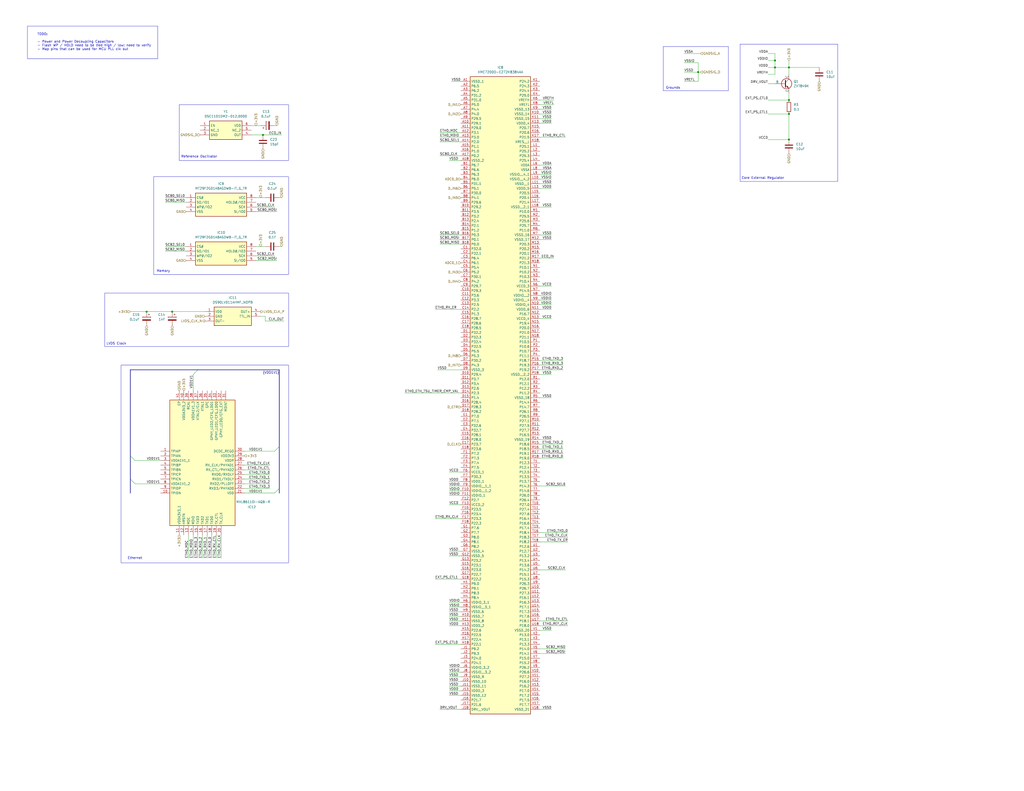
<source format=kicad_sch>
(kicad_sch (version 20231120) (generator "eeschema") (generator_version "8.0")
  (paper "C")
  (lib_symbols
    (symbol "Device:C" (pin_numbers hide) (pin_names (offset 0.254))
      (property "Reference" "C" (at 0.635 2.54 0))
      (property "Value" "C" (at 0.635 -2.54 0))
      (symbol "C_0_1"
        (polyline (pts (xy -2.032 -0.762) (xy 2.032 -0.762)) (stroke (width 0.508)))
        (polyline (pts (xy -2.032 0.762) (xy 2.032 0.762)) (stroke (width 0.508)))
      )
      (symbol "C_1_1"
        (pin passive line (at 0 3.81 270) (length 2.794) (name "~") (number "1"))
        (pin passive line (at 0 -3.81 90) (length 2.794) (name "~") (number "2"))
      )
    )
    (symbol "Device:C_Polarized" (pin_numbers hide) (pin_names (offset 0.254))
      (property "Reference" "C" (at 0.635 2.54 0))
      (property "Value" "C_Polarized" (at 0.635 -2.54 0))
      (symbol "C_Polarized_0_1"
        (rectangle (start -2.286 0.508) (end 2.286 1.016))
        (polyline (pts (xy -1.778 2.286) (xy -0.762 2.286)))
        (polyline (pts (xy -1.27 2.794) (xy -1.27 1.778)))
        (rectangle (start 2.286 -0.508) (end -2.286 -1.016) (fill (type outline)))
      )
      (symbol "C_Polarized_1_1"
        (pin passive line (at 0 3.81 270) (length 2.794) (name "~") (number "1"))
        (pin passive line (at 0 -3.81 90) (length 2.794) (name "~") (number "2"))
      )
    )
    (symbol "Device:R" (pin_numbers hide) (pin_names (offset 0))
      (property "Reference" "R" (at 2.032 0 90))
      (property "Value" "R" (at 0 0 90))
      (symbol "R_0_1"
        (rectangle (start -1.016 -2.54) (end 1.016 2.54) (stroke (width 0.254)))
      )
      (symbol "R_1_1"
        (pin passive line (at 0 3.81 270) (length 1.27) (name "~") (number "1"))
        (pin passive line (at 0 -3.81 90) (length 1.27) (name "~") (number "2"))
      )
    )
    (symbol "SamacSys_Parts:DS90LV011AHMF_NOPB"
      (property "Reference" "IC" (at 26.67 7.62 0))
      (property "Value" "DS90LV011AHMF_NOPB" (at 26.67 5.08 0))
      (symbol "DS90LV011AHMF_NOPB_1_1"
        (rectangle (start 5.08 2.54) (end 25.4 -7.62) (stroke (width 0.254)) (fill (type background)))
        (pin passive line (at 0 0 0) (length 5.08) (name "VDD") (number "1"))
        (pin passive line (at 0 -2.54 0) (length 5.08) (name "GND") (number "2"))
        (pin passive line (at 0 -5.08 0) (length 5.08) (name "OUT-") (number "3"))
        (pin passive line (at 30.48 0 180) (length 5.08) (name "OUT+") (number "4"))
        (pin passive line (at 30.48 -2.54 180) (length 5.08) (name "TTL_IN") (number "5"))
      )
    )
    (symbol "SamacSys_Parts:DSC1101DM2-012.0000"
      (property "Reference" "Y" (at 24.13 7.62 0))
      (property "Value" "DSC1101DM2-012.0000" (at 24.13 5.08 0))
      (symbol "DSC1101DM2-012.0000_1_1"
        (rectangle (start 5.08 2.54) (end 22.86 -7.62) (stroke (width 0.254)) (fill (type background)))
        (pin passive line (at 0 0 0) (length 5.08) (name "EN") (number "1"))
        (pin passive line (at 0 -2.54 0) (length 5.08) (name "NC_1") (number "2"))
        (pin passive line (at 0 -5.08 0) (length 5.08) (name "GND") (number "3"))
        (pin passive line (at 27.94 -5.08 180) (length 5.08) (name "OUT") (number "4"))
        (pin passive line (at 27.94 -2.54 180) (length 5.08) (name "NC_2") (number "5"))
        (pin passive line (at 27.94 0 180) (length 5.08) (name "VDD") (number "6"))
      )
    )
    (symbol "SamacSys_Parts:MT29F2G01ABAGDWB-IT_G_TR"
      (property "Reference" "IC" (at 34.29 7.62 0))
      (property "Value" "MT29F2G01ABAGDWB-IT_G_TR" (at 34.29 5.08 0))
      (symbol "MT29F2G01ABAGDWB-IT_G_TR_1_1"
        (rectangle (start 5.08 2.54) (end 33.02 -10.16) (stroke (width 0.254)) (fill (type background)))
        (pin passive line (at 0 0 0) (length 5.08) (name "CS#") (number "1"))
        (pin passive line (at 0 -2.54 0) (length 5.08) (name "SO/IO1") (number "2"))
        (pin passive line (at 0 -5.08 0) (length 5.08) (name "WP#/IO2") (number "3"))
        (pin passive line (at 0 -7.62 0) (length 5.08) (name "VSS") (number "4"))
        (pin passive line (at 38.1 -7.62 180) (length 5.08) (name "SI/IO0") (number "5"))
        (pin passive line (at 38.1 -5.08 180) (length 5.08) (name "SCK") (number "6"))
        (pin passive line (at 38.1 -2.54 180) (length 5.08) (name "HOLD#/IO3") (number "7"))
        (pin passive line (at 38.1 0 180) (length 5.08) (name "VCC") (number "8"))
      )
    )
    (symbol "SamacSys_Parts:MXL86110C-AQB-R"
      (property "Reference" "IC" (at 41.91 33.02 0))
      (property "Value" "MXL86110C-AQB-R" (at 41.91 30.48 0))
      (symbol "MXL86110C-AQB-R_1_1"
        (rectangle (start 5.08 27.94) (end 40.64 -40.64) (stroke (width 0.254)) (fill (type background)))
        (pin passive line (at 0 0 0) (length 5.08) (name "TPIAP") (number "1"))
        (pin passive line (at 0 -22.86 0) (length 5.08) (name "TPIDN") (number "10"))
        (pin passive line (at 10.16 -45.72 90) (length 5.08) (name "VDDA3V3_1") (number "11"))
        (pin passive line (at 12.7 -45.72 90) (length 5.08) (name "HRSTN") (number "12"))
        (pin passive line (at 15.24 -45.72 90) (length 5.08) (name "MDC") (number "13"))
        (pin passive line (at 17.78 -45.72 90) (length 5.08) (name "MDIO") (number "14"))
        (pin passive line (at 20.32 -45.72 90) (length 5.08) (name "TXD3") (number "15"))
        (pin passive line (at 22.86 -45.72 90) (length 5.08) (name "TXD2") (number "16"))
        (pin passive line (at 25.4 -45.72 90) (length 5.08) (name "TXD1") (number "17"))
        (pin passive line (at 27.94 -45.72 90) (length 5.08) (name "TXD0") (number "18"))
        (pin passive line (at 30.48 -45.72 90) (length 5.08) (name "TX_CTL") (number "19"))
        (pin passive line (at 0 -2.54 0) (length 5.08) (name "TPIAN") (number "2"))
        (pin passive line (at 33.02 -45.72 90) (length 5.08) (name "TX_CLK") (number "20"))
        (pin passive line (at 45.72 -22.86 180) (length 5.08) (name "VDD") (number "21"))
        (pin passive line (at 45.72 -20.32 180) (length 5.08) (name "RXD3/PHYAD0") (number "22"))
        (pin passive line (at 45.72 -17.78 180) (length 5.08) (name "RXD2/PLLOFF") (number "23"))
        (pin passive line (at 45.72 -15.24 180) (length 5.08) (name "RXD1/TXDLY") (number "24"))
        (pin passive line (at 45.72 -12.7 180) (length 5.08) (name "RXD0/RXDLY") (number "25"))
        (pin passive line (at 45.72 -10.16 180) (length 5.08) (name "RX_CTL/PHYAD2") (number "26"))
        (pin passive line (at 45.72 -7.62 180) (length 5.08) (name "RX_CLK/PHYAD1") (number "27"))
        (pin passive line (at 45.72 -5.08 180) (length 5.08) (name "VDDP") (number "28"))
        (pin passive line (at 45.72 -2.54 180) (length 5.08) (name "VDD3V3") (number "29"))
        (pin passive line (at 0 -5.08 0) (length 5.08) (name "VDDA1V1_1") (number "3"))
        (pin passive line (at 45.72 0 180) (length 5.08) (name "DCDC_REGO") (number "30"))
        (pin passive line (at 35.56 33.02 270) (length 5.08) (name "MDINT") (number "31"))
        (pin passive line (at 33.02 33.02 270) (length 5.08) (name "GPHY_LED0/CFG_EXT") (number "32"))
        (pin passive line (at 30.48 33.02 270) (length 5.08) (name "GPHY_LED1/CFG_LDO0") (number "33"))
        (pin passive line (at 27.94 33.02 270) (length 5.08) (name "GPHY_LED2/CFG_LDO1") (number "34"))
        (pin passive line (at 25.4 33.02 270) (length 5.08) (name "GPC") (number "35"))
        (pin passive line (at 22.86 33.02 270) (length 5.08) (name "XTAL1") (number "36"))
        (pin passive line (at 20.32 33.02 270) (length 5.08) (name "XTAL2/CLK") (number "37"))
        (pin passive line (at 17.78 33.02 270) (length 5.08) (name "VDDA1V1_3") (number "38"))
        (pin passive line (at 15.24 33.02 270) (length 5.08) (name "RCAL") (number "39"))
        (pin passive line (at 0 -7.62 0) (length 5.08) (name "TPIBP") (number "4"))
        (pin passive line (at 12.7 33.02 270) (length 5.08) (name "VDDA3V3_2") (number "40"))
        (pin passive line (at 10.16 33.02 270) (length 5.08) (name "EP") (number "41"))
        (pin passive line (at 0 -10.16 0) (length 5.08) (name "TPIBN") (number "5"))
        (pin passive line (at 0 -12.7 0) (length 5.08) (name "TPICP") (number "6"))
        (pin passive line (at 0 -15.24 0) (length 5.08) (name "TPICN") (number "7"))
        (pin passive line (at 0 -17.78 0) (length 5.08) (name "VDDA1V1_2") (number "8"))
        (pin passive line (at 0 -20.32 0) (length 5.08) (name "TPIDP") (number "9"))
      )
    )
    (symbol "SamacSys_Parts:XMC7200D-E272K8384AA"
      (property "Reference" "IC" (at 39.37 7.62 0))
      (property "Value" "XMC7200D-E272K8384AA" (at 39.37 5.08 0))
      (symbol "XMC7200D-E272K8384AA_1_1"
        (rectangle (start 5.08 2.54) (end 38.1 -345.44) (stroke (width 0.254)) (fill (type background)))
        (pin passive line (at 0 0 0) (length 5.08) (name "VSSD_1") (number "A1"))
        (pin passive line (at 0 -22.86 0) (length 5.08) (name "P29.1") (number "A10"))
        (pin passive line (at 0 -25.4 0) (length 5.08) (name "P29.0") (number "A11"))
        (pin passive line (at 0 -27.94 0) (length 5.08) (name "P3.1") (number "A12"))
        (pin passive line (at 0 -30.48 0) (length 5.08) (name "P3.0") (number "A13"))
        (pin passive line (at 0 -33.02 0) (length 5.08) (name "P2.0") (number "A14"))
        (pin passive line (at 0 -35.56 0) (length 5.08) (name "P1.1") (number "A15"))
        (pin passive line (at 0 -38.1 0) (length 5.08) (name "P1.0") (number "A16"))
        (pin passive line (at 0 -40.64 0) (length 5.08) (name "P0.2") (number "A17"))
        (pin passive line (at 0 -43.18 0) (length 5.08) (name "VSSD_2") (number "A18"))
        (pin passive line (at 0 -2.54 0) (length 5.08) (name "P6.5") (number "A2"))
        (pin passive line (at 0 -5.08 0) (length 5.08) (name "P6.2") (number "A3"))
        (pin passive line (at 0 -7.62 0) (length 5.08) (name "P31.2") (number "A4"))
        (pin passive line (at 0 -10.16 0) (length 5.08) (name "P31.0") (number "A5"))
        (pin passive line (at 0 -12.7 0) (length 5.08) (name "P5.0") (number "A6"))
        (pin passive line (at 0 -15.24 0) (length 5.08) (name "P4.4") (number "A7"))
        (pin passive line (at 0 -17.78 0) (length 5.08) (name "P4.0") (number "A8"))
        (pin passive line (at 0 -20.32 0) (length 5.08) (name "P29.5") (number "A9"))
        (pin passive line (at 0 -45.72 0) (length 5.08) (name "P6.7") (number "B1"))
        (pin passive line (at 0 -68.58 0) (length 5.08) (name "P29.2") (number "B10"))
        (pin passive line (at 0 -71.12 0) (length 5.08) (name "P3.5") (number "B11"))
        (pin passive line (at 0 -73.66 0) (length 5.08) (name "P3.2") (number "B12"))
        (pin passive line (at 0 -76.2 0) (length 5.08) (name "P2.4") (number "B13"))
        (pin passive line (at 0 -78.74 0) (length 5.08) (name "P2.1") (number "B14"))
        (pin passive line (at 0 -81.28 0) (length 5.08) (name "P1.2") (number "B15"))
        (pin passive line (at 0 -83.82 0) (length 5.08) (name "P0.3") (number "B16"))
        (pin passive line (at 0 -86.36 0) (length 5.08) (name "P0.1") (number "B17"))
        (pin passive line (at 0 -88.9 0) (length 5.08) (name "P0.0") (number "B18"))
        (pin passive line (at 0 -48.26 0) (length 5.08) (name "P6.6") (number "B2"))
        (pin passive line (at 0 -50.8 0) (length 5.08) (name "P6.3") (number "B3"))
        (pin passive line (at 0 -53.34 0) (length 5.08) (name "P6.0") (number "B4"))
        (pin passive line (at 0 -55.88 0) (length 5.08) (name "P31.1") (number "B5"))
        (pin passive line (at 0 -58.42 0) (length 5.08) (name "P5.1") (number "B6"))
        (pin passive line (at 0 -60.96 0) (length 5.08) (name "P30.0") (number "B7"))
        (pin passive line (at 0 -63.5 0) (length 5.08) (name "P4.1") (number "B8"))
        (pin passive line (at 0 -66.04 0) (length 5.08) (name "P29.6") (number "B9"))
        (pin passive line (at 0 -91.44 0) (length 5.08) (name "P32.0") (number "C1"))
        (pin passive line (at 0 -114.3 0) (length 5.08) (name "P29.3") (number "C10"))
        (pin passive line (at 0 -116.84 0) (length 5.08) (name "P3.6") (number "C11"))
        (pin passive line (at 0 -119.38 0) (length 5.08) (name "P3.3") (number "C12"))
        (pin passive line (at 0 -121.92 0) (length 5.08) (name "P2.5") (number "C13"))
        (pin passive line (at 0 -124.46 0) (length 5.08) (name "P2.2") (number "C14"))
        (pin passive line (at 0 -127 0) (length 5.08) (name "P1.3") (number "C15"))
        (pin passive line (at 0 -129.54 0) (length 5.08) (name "P28.7") (number "C16"))
        (pin passive line (at 0 -132.08 0) (length 5.08) (name "P28.6") (number "C17"))
        (pin passive line (at 0 -134.62 0) (length 5.08) (name "P28.5") (number "C18"))
        (pin passive line (at 0 -93.98 0) (length 5.08) (name "P32.1") (number "C2"))
        (pin passive line (at 0 -96.52 0) (length 5.08) (name "P6.4") (number "C3"))
        (pin passive line (at 0 -99.06 0) (length 5.08) (name "P6.1") (number "C4"))
        (pin passive line (at 0 -101.6 0) (length 5.08) (name "P5.4") (number "C5"))
        (pin passive line (at 0 -104.14 0) (length 5.08) (name "P5.2") (number "C6"))
        (pin passive line (at 0 -106.68 0) (length 5.08) (name "P30.1") (number "C7"))
        (pin passive line (at 0 -109.22 0) (length 5.08) (name "P4.2") (number "C8"))
        (pin passive line (at 0 -111.76 0) (length 5.08) (name "P29.7") (number "C9"))
        (pin passive line (at 0 -137.16 0) (length 5.08) (name "P32.2") (number "D1"))
        (pin passive line (at 0 -160.02 0) (length 5.08) (name "P29.4") (number "D10"))
        (pin passive line (at 0 -162.56 0) (length 5.08) (name "P3.7") (number "D11"))
        (pin passive line (at 0 -165.1 0) (length 5.08) (name "P3.4") (number "D12"))
        (pin passive line (at 0 -167.64 0) (length 5.08) (name "P2.6") (number "D13"))
        (pin passive line (at 0 -170.18 0) (length 5.08) (name "P2.3") (number "D14"))
        (pin passive line (at 0 -172.72 0) (length 5.08) (name "P1.4") (number "D15"))
        (pin passive line (at 0 -175.26 0) (length 5.08) (name "P28.4") (number "D16"))
        (pin passive line (at 0 -177.8 0) (length 5.08) (name "P28.3") (number "D17"))
        (pin passive line (at 0 -180.34 0) (length 5.08) (name "P28.2") (number "D18"))
        (pin passive line (at 0 -139.7 0) (length 5.08) (name "P32.3") (number "D2"))
        (pin passive line (at 0 -142.24 0) (length 5.08) (name "P32.4") (number "D3"))
        (pin passive line (at 0 -144.78 0) (length 5.08) (name "P32.5") (number "D4"))
        (pin passive line (at 0 -147.32 0) (length 5.08) (name "P5.5") (number "D5"))
        (pin passive line (at 0 -149.86 0) (length 5.08) (name "P5.3") (number "D6"))
        (pin passive line (at 0 -152.4 0) (length 5.08) (name "P30.2") (number "D7"))
        (pin passive line (at 0 -154.94 0) (length 5.08) (name "P4.3") (number "D8"))
        (pin passive line (at 0 -157.48 0) (length 5.08) (name "VSSD_3") (number "D9"))
        (pin passive line (at 0 -182.88 0) (length 5.08) (name "P7.0") (number "E1"))
        (pin passive line (at 0 -193.04 0) (length 5.08) (name "P28.1") (number "E15"))
        (pin passive line (at 0 -195.58 0) (length 5.08) (name "P28.0") (number "E16"))
        (pin passive line (at 0 -198.12 0) (length 5.08) (name "P23.7") (number "E17"))
        (pin passive line (at 0 -200.66 0) (length 5.08) (name "P23.6") (number "E18"))
        (pin passive line (at 0 -185.42 0) (length 5.08) (name "P7.1") (number "E2"))
        (pin passive line (at 0 -187.96 0) (length 5.08) (name "P32.6") (number "E3"))
        (pin passive line (at 0 -190.5 0) (length 5.08) (name "P32.7") (number "E4"))
        (pin passive line (at 0 -203.2 0) (length 5.08) (name "P7.2") (number "F1"))
        (pin passive line (at 0 -223.52 0) (length 5.08) (name "VDDIO__1_2") (number "F10"))
        (pin passive line (at 0 -226.06 0) (length 5.08) (name "VDDIO_1") (number "F11"))
        (pin passive line (at 0 -228.6 0) (length 5.08) (name "P2.7") (number "F12"))
        (pin passive line (at 0 -231.14 0) (length 5.08) (name "VCCD_2") (number "F13"))
        (pin passive line (at 0 -233.68 0) (length 5.08) (name "P23.5") (number "F15"))
        (pin passive line (at 0 -236.22 0) (length 5.08) (name "P23.4") (number "F16"))
        (pin passive line (at 0 -238.76 0) (length 5.08) (name "P23.3") (number "F17"))
        (pin passive line (at 0 -241.3 0) (length 5.08) (name "P22.3") (number "F18"))
        (pin passive line (at 0 -205.74 0) (length 5.08) (name "P7.3") (number "F2"))
        (pin passive line (at 0 -208.28 0) (length 5.08) (name "P7.4") (number "F3"))
        (pin passive line (at 0 -210.82 0) (length 5.08) (name "P7.5") (number "F4"))
        (pin passive line (at 0 -213.36 0) (length 5.08) (name "VCCD_1") (number "F6"))
        (pin passive line (at 0 -215.9 0) (length 5.08) (name "P30.3") (number "F7"))
        (pin passive line (at 0 -218.44 0) (length 5.08) (name "VDDD_1") (number "F8"))
        (pin passive line (at 0 -220.98 0) (length 5.08) (name "VDDIO__1_1") (number "F9"))
        (pin passive line (at 0 -243.84 0) (length 5.08) (name "P7.6") (number "G1"))
        (pin passive line (at 0 -259.08 0) (length 5.08) (name "VSSD_5") (number "G12"))
        (pin passive line (at 0 -261.62 0) (length 5.08) (name "P23.2") (number "G13"))
        (pin passive line (at 0 -264.16 0) (length 5.08) (name "P23.1") (number "G15"))
        (pin passive line (at 0 -266.7 0) (length 5.08) (name "P23.0") (number "G16"))
        (pin passive line (at 0 -269.24 0) (length 5.08) (name "P22.7") (number "G17"))
        (pin passive line (at 0 -271.78 0) (length 5.08) (name "P22.2") (number "G18"))
        (pin passive line (at 0 -246.38 0) (length 5.08) (name "P7.7") (number "G2"))
        (pin passive line (at 0 -248.92 0) (length 5.08) (name "P8.0") (number "G3"))
        (pin passive line (at 0 -251.46 0) (length 5.08) (name "P8.1") (number "G4"))
        (pin passive line (at 0 -254 0) (length 5.08) (name "P8.2") (number "G6"))
        (pin passive line (at 0 -256.54 0) (length 5.08) (name "VSSD_4") (number "G7"))
        (pin passive line (at 0 -274.32 0) (length 5.08) (name "P9.0") (number "H1"))
        (pin passive line (at 0 -292.1 0) (length 5.08) (name "VSSD_7") (number "H10"))
        (pin passive line (at 0 -294.64 0) (length 5.08) (name "VSSD_8") (number "H11"))
        (pin passive line (at 0 -297.18 0) (length 5.08) (name "VDDD_2") (number "H13"))
        (pin passive line (at 0 -299.72 0) (length 5.08) (name "P22.6") (number "H15"))
        (pin passive line (at 0 -302.26 0) (length 5.08) (name "P22.5") (number "H16"))
        (pin passive line (at 0 -304.8 0) (length 5.08) (name "P22.4") (number "H17"))
        (pin passive line (at 0 -307.34 0) (length 5.08) (name "P22.1") (number "H18"))
        (pin passive line (at 0 -276.86 0) (length 5.08) (name "P9.1") (number "H2"))
        (pin passive line (at 0 -279.4 0) (length 5.08) (name "P8.3") (number "H3"))
        (pin passive line (at 0 -281.94 0) (length 5.08) (name "P8.4") (number "H4"))
        (pin passive line (at 0 -284.48 0) (length 5.08) (name "VDDIO_3_1") (number "H6"))
        (pin passive line (at 0 -287.02 0) (length 5.08) (name "VSSIO__3_1") (number "H8"))
        (pin passive line (at 0 -289.56 0) (length 5.08) (name "VSSD_6") (number "H9"))
        (pin passive line (at 0 -309.88 0) (length 5.08) (name "P9.2") (number "J1"))
        (pin passive line (at 0 -327.66 0) (length 5.08) (name "VSSD_10") (number "J10"))
        (pin passive line (at 0 -330.2 0) (length 5.08) (name "VSSD_11") (number "J11"))
        (pin passive line (at 0 -332.74 0) (length 5.08) (name "VDDD_3") (number "J13"))
        (pin passive line (at 0 -335.28 0) (length 5.08) (name "VSSD_12") (number "J15"))
        (pin passive line (at 0 -337.82 0) (length 5.08) (name "P21.7") (number "J16"))
        (pin passive line (at 0 -340.36 0) (length 5.08) (name "P21.6") (number "J17"))
        (pin passive line (at 0 -342.9 0) (length 5.08) (name "DRV__VOUT") (number "J18"))
        (pin passive line (at 0 -312.42 0) (length 5.08) (name "P9.3") (number "J2"))
        (pin passive line (at 0 -314.96 0) (length 5.08) (name "P24.0") (number "J3"))
        (pin passive line (at 0 -317.5 0) (length 5.08) (name "P24.1") (number "J4"))
        (pin passive line (at 0 -320.04 0) (length 5.08) (name "VDDIO_3_2") (number "J6"))
        (pin passive line (at 0 -322.58 0) (length 5.08) (name "VSSIO__3_2") (number "J8"))
        (pin passive line (at 0 -325.12 0) (length 5.08) (name "VSSD_9") (number "J9"))
        (pin passive line (at 43.18 0 180) (length 5.08) (name "P24.2") (number "K1"))
        (pin passive line (at 43.18 -17.78 180) (length 5.08) (name "VSSD_14") (number "K10"))
        (pin passive line (at 43.18 -20.32 180) (length 5.08) (name "VSSD_15") (number "K11"))
        (pin passive line (at 43.18 -22.86 180) (length 5.08) (name "VDDD_4") (number "K13"))
        (pin passive line (at 43.18 -25.4 180) (length 5.08) (name "P20.7") (number "K15"))
        (pin passive line (at 43.18 -27.94 180) (length 5.08) (name "P20.6") (number "K16"))
        (pin passive line (at 43.18 -30.48 180) (length 5.08) (name "P21.5") (number "K17"))
        (pin passive line (at 43.18 -33.02 180) (length 5.08) (name "XRES__L") (number "K18"))
        (pin passive line (at 43.18 -2.54 180) (length 5.08) (name "P24.3") (number "K2"))
        (pin passive line (at 43.18 -5.08 180) (length 5.08) (name "P24.4") (number "K3"))
        (pin passive line (at 43.18 -7.62 180) (length 5.08) (name "P25.0") (number "K4"))
        (pin passive line (at 43.18 -10.16 180) (length 5.08) (name "VREFH") (number "K6"))
        (pin passive line (at 43.18 -12.7 180) (length 5.08) (name "VREFL") (number "K8"))
        (pin passive line (at 43.18 -15.24 180) (length 5.08) (name "VSSD_13") (number "K9"))
        (pin passive line (at 43.18 -35.56 180) (length 5.08) (name "P25.1") (number "L1"))
        (pin passive line (at 43.18 -53.34 180) (length 5.08) (name "VSSIO__4_2") (number "L10"))
        (pin passive line (at 43.18 -55.88 180) (length 5.08) (name "VSSD__1") (number "L11"))
        (pin passive line (at 43.18 -58.42 180) (length 5.08) (name "VDDD_5") (number "L13"))
        (pin passive line (at 43.18 -60.96 180) (length 5.08) (name "P20.5") (number "L15"))
        (pin passive line (at 43.18 -63.5 180) (length 5.08) (name "P20.4") (number "L16"))
        (pin passive line (at 43.18 -66.04 180) (length 5.08) (name "P21.4") (number "L17"))
        (pin passive line (at 43.18 -68.58 180) (length 5.08) (name "VSSD__2_1") (number "L18"))
        (pin passive line (at 43.18 -38.1 180) (length 5.08) (name "P25.2") (number "L2"))
        (pin passive line (at 43.18 -40.64 180) (length 5.08) (name "P25.3") (number "L3"))
        (pin passive line (at 43.18 -43.18 180) (length 5.08) (name "P25.4") (number "L4"))
        (pin passive line (at 43.18 -45.72 180) (length 5.08) (name "VDDA") (number "L6"))
        (pin passive line (at 43.18 -48.26 180) (length 5.08) (name "VSSA") (number "L8"))
        (pin passive line (at 43.18 -50.8 180) (length 5.08) (name "VSSIO__4_1") (number "L9"))
        (pin passive line (at 43.18 -71.12 180) (length 5.08) (name "P10.0") (number "M1"))
        (pin passive line (at 43.18 -86.36 180) (length 5.08) (name "VSSD_17") (number "M12"))
        (pin passive line (at 43.18 -88.9 180) (length 5.08) (name "P20.3") (number "M13"))
        (pin passive line (at 43.18 -91.44 180) (length 5.08) (name "P20.2") (number "M15"))
        (pin passive line (at 43.18 -93.98 180) (length 5.08) (name "P20.1") (number "M16"))
        (pin passive line (at 43.18 -96.52 180) (length 5.08) (name "P21.2") (number "M17"))
        (pin passive line (at 43.18 -99.06 180) (length 5.08) (name "P21.3") (number "M18"))
        (pin passive line (at 43.18 -73.66 180) (length 5.08) (name "P25.5") (number "M2"))
        (pin passive line (at 43.18 -76.2 180) (length 5.08) (name "P25.6") (number "M3"))
        (pin passive line (at 43.18 -78.74 180) (length 5.08) (name "P25.7") (number "M4"))
        (pin passive line (at 43.18 -81.28 180) (length 5.08) (name "P11.0") (number "M6"))
        (pin passive line (at 43.18 -83.82 180) (length 5.08) (name "VSSD_16") (number "M7"))
        (pin passive line (at 43.18 -101.6 180) (length 5.08) (name "P10.1") (number "N1"))
        (pin passive line (at 43.18 -121.92 180) (length 5.08) (name "VDDIO_4") (number "N10"))
        (pin passive line (at 43.18 -124.46 180) (length 5.08) (name "VDDD_6") (number "N11"))
        (pin passive line (at 43.18 -127 180) (length 5.08) (name "P16.7") (number "N12"))
        (pin passive line (at 43.18 -129.54 180) (length 5.08) (name "VCCD_4") (number "N13"))
        (pin passive line (at 43.18 -132.08 180) (length 5.08) (name "P19.4") (number "N15"))
        (pin passive line (at 43.18 -134.62 180) (length 5.08) (name "P20.0") (number "N16"))
        (pin passive line (at 43.18 -137.16 180) (length 5.08) (name "P21.0") (number "N17"))
        (pin passive line (at 43.18 -139.7 180) (length 5.08) (name "P21.1") (number "N18"))
        (pin passive line (at 43.18 -104.14 180) (length 5.08) (name "P10.2") (number "N2"))
        (pin passive line (at 43.18 -106.68 180) (length 5.08) (name "P10.3") (number "N3"))
        (pin passive line (at 43.18 -109.22 180) (length 5.08) (name "P10.4") (number "N4"))
        (pin passive line (at 43.18 -111.76 180) (length 5.08) (name "VCCD_3") (number "N6"))
        (pin passive line (at 43.18 -114.3 180) (length 5.08) (name "P14.5") (number "N7"))
        (pin passive line (at 43.18 -116.84 180) (length 5.08) (name "VDDIO__2") (number "N8"))
        (pin passive line (at 43.18 -119.38 180) (length 5.08) (name "VDDIO__4") (number "N9"))
        (pin passive line (at 43.18 -142.24 180) (length 5.08) (name "P10.5") (number "P1"))
        (pin passive line (at 43.18 -152.4 180) (length 5.08) (name "P18.7") (number "P15"))
        (pin passive line (at 43.18 -154.94 180) (length 5.08) (name "P19.3") (number "P16"))
        (pin passive line (at 43.18 -157.48 180) (length 5.08) (name "P19.2") (number "P17"))
        (pin passive line (at 43.18 -160.02 180) (length 5.08) (name "VSSD__2_2") (number "P18"))
        (pin passive line (at 43.18 -144.78 180) (length 5.08) (name "P10.6") (number "P2"))
        (pin passive line (at 43.18 -147.32 180) (length 5.08) (name "P10.7") (number "P3"))
        (pin passive line (at 43.18 -149.86 180) (length 5.08) (name "P11.1") (number "P4"))
        (pin passive line (at 43.18 -162.56 180) (length 5.08) (name "P12.0") (number "R1"))
        (pin passive line (at 43.18 -185.42 180) (length 5.08) (name "P27.1") (number "R10"))
        (pin passive line (at 43.18 -187.96 180) (length 5.08) (name "P27.5") (number "R11"))
        (pin passive line (at 43.18 -190.5 180) (length 5.08) (name "P27.7") (number "R12"))
        (pin passive line (at 43.18 -193.04 180) (length 5.08) (name "P16.5") (number "R13"))
        (pin passive line (at 43.18 -195.58 180) (length 5.08) (name "VSSD_19") (number "R14"))
        (pin passive line (at 43.18 -198.12 180) (length 5.08) (name "P18.6") (number "R15"))
        (pin passive line (at 43.18 -200.66 180) (length 5.08) (name "P18.5") (number "R16"))
        (pin passive line (at 43.18 -203.2 180) (length 5.08) (name "P19.1") (number "R17"))
        (pin passive line (at 43.18 -205.74 180) (length 5.08) (name "P19.0") (number "R18"))
        (pin passive line (at 43.18 -165.1 180) (length 5.08) (name "P12.1") (number "R2"))
        (pin passive line (at 43.18 -167.64 180) (length 5.08) (name "P12.2") (number "R3"))
        (pin passive line (at 43.18 -170.18 180) (length 5.08) (name "P11.2") (number "R4"))
        (pin passive line (at 43.18 -172.72 180) (length 5.08) (name "VSSD_18") (number "R5"))
        (pin passive line (at 43.18 -175.26 180) (length 5.08) (name "P14.4") (number "R6"))
        (pin passive line (at 43.18 -177.8 180) (length 5.08) (name "P14.7") (number "R7"))
        (pin passive line (at 43.18 -180.34 180) (length 5.08) (name "P26.1") (number "R8"))
        (pin passive line (at 43.18 -182.88 180) (length 5.08) (name "P26.5") (number "R9"))
        (pin passive line (at 43.18 -208.28 180) (length 5.08) (name "P12.3") (number "T1"))
        (pin passive line (at 43.18 -231.14 180) (length 5.08) (name "P27.0") (number "T10"))
        (pin passive line (at 43.18 -233.68 180) (length 5.08) (name "P27.4") (number "T11"))
        (pin passive line (at 43.18 -236.22 180) (length 5.08) (name "P27.6") (number "T12"))
        (pin passive line (at 43.18 -238.76 180) (length 5.08) (name "P16.4") (number "T13"))
        (pin passive line (at 43.18 -241.3 180) (length 5.08) (name "P16.6") (number "T14"))
        (pin passive line (at 43.18 -243.84 180) (length 5.08) (name "P17.4") (number "T15"))
        (pin passive line (at 43.18 -246.38 180) (length 5.08) (name "P18.4") (number "T16"))
        (pin passive line (at 43.18 -248.92 180) (length 5.08) (name "P18.3") (number "T17"))
        (pin passive line (at 43.18 -251.46 180) (length 5.08) (name "P18.2") (number "T18"))
        (pin passive line (at 43.18 -210.82 180) (length 5.08) (name "P12.4") (number "T2"))
        (pin passive line (at 43.18 -213.36 180) (length 5.08) (name "P12.5") (number "T3"))
        (pin passive line (at 43.18 -215.9 180) (length 5.08) (name "P13.5") (number "T4"))
        (pin passive line (at 43.18 -218.44 180) (length 5.08) (name "P13.7") (number "T5"))
        (pin passive line (at 43.18 -220.98 180) (length 5.08) (name "P14.3") (number "T6"))
        (pin passive line (at 43.18 -223.52 180) (length 5.08) (name "P14.6") (number "T7"))
        (pin passive line (at 43.18 -226.06 180) (length 5.08) (name "P26.0") (number "T8"))
        (pin passive line (at 43.18 -228.6 180) (length 5.08) (name "P26.4") (number "T9"))
        (pin passive line (at 43.18 -254 180) (length 5.08) (name "P12.6") (number "U1"))
        (pin passive line (at 43.18 -276.86 180) (length 5.08) (name "P26.7") (number "U10"))
        (pin passive line (at 43.18 -279.4 180) (length 5.08) (name "P27.3") (number "U11"))
        (pin passive line (at 43.18 -281.94 180) (length 5.08) (name "P16.1") (number "U12"))
        (pin passive line (at 43.18 -284.48 180) (length 5.08) (name "P16.3") (number "U13"))
        (pin passive line (at 43.18 -287.02 180) (length 5.08) (name "P17.1") (number "U14"))
        (pin passive line (at 43.18 -289.56 180) (length 5.08) (name "P17.3") (number "U15"))
        (pin passive line (at 43.18 -292.1 180) (length 5.08) (name "P17.6") (number "U16"))
        (pin passive line (at 43.18 -294.64 180) (length 5.08) (name "P18.1") (number "U17"))
        (pin passive line (at 43.18 -297.18 180) (length 5.08) (name "P18.0") (number "U18"))
        (pin passive line (at 43.18 -256.54 180) (length 5.08) (name "P12.7") (number "U2"))
        (pin passive line (at 43.18 -259.08 180) (length 5.08) (name "P13.2") (number "U3"))
        (pin passive line (at 43.18 -261.62 180) (length 5.08) (name "P13.4") (number "U4"))
        (pin passive line (at 43.18 -264.16 180) (length 5.08) (name "P13.6") (number "U5"))
        (pin passive line (at 43.18 -266.7 180) (length 5.08) (name "P14.2") (number "U6"))
        (pin passive line (at 43.18 -269.24 180) (length 5.08) (name "P15.1") (number "U7"))
        (pin passive line (at 43.18 -271.78 180) (length 5.08) (name "P15.3") (number "U8"))
        (pin passive line (at 43.18 -274.32 180) (length 5.08) (name "P26.3") (number "U9"))
        (pin passive line (at 43.18 -299.72 180) (length 5.08) (name "VSSD_20") (number "V1"))
        (pin passive line (at 43.18 -322.58 180) (length 5.08) (name "P26.6") (number "V10"))
        (pin passive line (at 43.18 -325.12 180) (length 5.08) (name "P27.2") (number "V11"))
        (pin passive line (at 43.18 -327.66 180) (length 5.08) (name "P16.0") (number "V12"))
        (pin passive line (at 43.18 -330.2 180) (length 5.08) (name "P16.2") (number "V13"))
        (pin passive line (at 43.18 -332.74 180) (length 5.08) (name "P17.0") (number "V14"))
        (pin passive line (at 43.18 -335.28 180) (length 5.08) (name "P17.2") (number "V15"))
        (pin passive line (at 43.18 -337.82 180) (length 5.08) (name "P17.5") (number "V16"))
        (pin passive line (at 43.18 -340.36 180) (length 5.08) (name "P17.7") (number "V17"))
        (pin passive line (at 43.18 -342.9 180) (length 5.08) (name "VSSD_21") (number "V18"))
        (pin passive line (at 43.18 -302.26 180) (length 5.08) (name "P13.0") (number "V2"))
        (pin passive line (at 43.18 -304.8 180) (length 5.08) (name "P13.1") (number "V3"))
        (pin passive line (at 43.18 -307.34 180) (length 5.08) (name "P13.3") (number "V4"))
        (pin passive line (at 43.18 -309.88 180) (length 5.08) (name "P14.0") (number "V5"))
        (pin passive line (at 43.18 -312.42 180) (length 5.08) (name "P14.1") (number "V6"))
        (pin passive line (at 43.18 -314.96 180) (length 5.08) (name "P15.0") (number "V7"))
        (pin passive line (at 43.18 -317.5 180) (length 5.08) (name "P15.2") (number "V8"))
        (pin passive line (at 43.18 -320.04 180) (length 5.08) (name "P26.2") (number "V9"))
      )
    )
    (symbol "Simulation_SPICE:NPN" (pin_numbers hide) (pin_names (offset 0))
      (property "Reference" "Q" (at -2.54 7.62 0))
      (property "Value" "NPN" (at -2.54 5.08 0))
      (symbol "NPN_0_1"
        (polyline (pts (xy -2.54 0) (xy 0.635 0)) (stroke (width 0.1524)))
        (polyline (pts (xy 0.635 0.635) (xy 2.54 2.54)))
        (polyline (pts (xy 2.794 -1.27) (xy 2.794 -1.27)) (stroke (width 0.1524)))
        (polyline (pts (xy 2.794 -1.27) (xy 2.794 -1.27)) (stroke (width 0.1524)))
        (polyline (pts (xy 0.635 -0.635) (xy 2.54 -2.54) (xy 2.54 -2.54)))
        (polyline (pts (xy 0.635 1.905) (xy 0.635 -1.905) (xy 0.635 -1.905)) (stroke (width 0.508)))
        (polyline (pts (xy 1.27 -1.778) (xy 1.778 -1.27) (xy 2.286 -2.286) (xy 1.27 -1.778) (xy 1.27 -1.778)) (fill (type outline)))
        (circle (center 1.27 0) (radius 2.8194) (stroke (width 0.254)))
      )
      (symbol "NPN_1_1"
        (pin open_collector line (at 2.54 5.08 270) (length 2.54) (name "C") (number "1"))
        (pin input line (at -5.08 0 0) (length 2.54) (name "B") (number "2"))
        (pin open_emitter line (at 2.54 -5.08 90) (length 2.54) (name "E") (number "3"))
      )
    )
  )
  (junction (at 422.91 36.83))
  (junction (at 143.51 73.66))
  (junction (at 80.01 170.18))
  (junction (at 422.91 33.02))
  (junction (at 430.53 76.2))
  (junction (at 430.53 62.23))
  (junction (at 381 39.37))
  (junction (at 430.53 54.61))
  (junction (at 430.53 36.83))
  (junction (at 93.98 170.18))
  (bus_entry (at 152.4 243.84) (size -2.54 2.54))
  (bus_entry (at 107.95 201.93) (size -2.54 2.54))
  (bus_entry (at 71.12 261.62) (size 2.54 2.54))
  (bus_entry (at 152.4 266.7) (size -2.54 2.54))
  (bus_entry (at 71.12 248.92) (size 2.54 2.54))
  (wire (pts (xy 245.11 364.49) (xy 251.46 364.49)))
  (wire (pts (xy 90.17 107.95) (xy 101.6 107.95)))
  (wire (pts (xy 300.99 173.99) (xy 294.64 173.99)))
  (wire (pts (xy 245.11 262.89) (xy 251.46 262.89)))
  (wire (pts (xy 300.99 240.03) (xy 294.64 240.03)))
  (wire (pts (xy 118.11 292.1) (xy 118.11 304.8)))
  (wire (pts (xy 300.99 168.91) (xy 294.64 168.91)))
  (wire (pts (xy 251.46 283.21) (xy 237.49 283.21)))
  (wire (pts (xy 245.11 87.63) (xy 251.46 87.63)))
  (wire (pts (xy 300.99 166.37) (xy 294.64 166.37)))
  (wire (pts (xy 245.11 336.55) (xy 251.46 336.55)))
  (wire (pts (xy 308.61 311.15) (xy 294.64 311.15)))
  (wire (pts (xy 133.35 256.54) (xy 147.32 256.54)))
  (wire (pts (xy 300.99 67.31) (xy 294.64 67.31)))
  (wire (pts (xy 308.61 265.43) (xy 294.64 265.43)))
  (wire (pts (xy 245.11 331.47) (xy 251.46 331.47)))
  (wire (pts (xy 430.53 36.83) (xy 447.04 36.83)))
  (wire (pts (xy 381 39.37) (xy 381 44.45)))
  (wire (pts (xy 373.38 39.37) (xy 381 39.37)))
  (wire (pts (xy 294.64 250.19) (xy 307.34 250.19)))
  (bus (pts (xy 152.4 266.7) (xy 152.4 269.24)))
  (wire (pts (xy 220.98 214.63) (xy 251.46 214.63)))
  (wire (pts (xy 80.01 170.18) (xy 93.98 170.18)))
  (wire (pts (xy 238.76 201.93) (xy 251.46 201.93)))
  (wire (pts (xy 419.1 54.61) (xy 430.53 54.61)))
  (wire (pts (xy 300.99 95.25) (xy 294.64 95.25)))
  (wire (pts (xy 294.64 140.97) (xy 302.26 140.97)))
  (wire (pts (xy 308.61 356.87) (xy 294.64 356.87)))
  (wire (pts (xy 133.35 261.62) (xy 147.32 261.62)))
  (wire (pts (xy 90.17 137.16) (xy 101.6 137.16)))
  (wire (pts (xy 245.11 339.09) (xy 251.46 339.09)))
  (bus (pts (xy 71.12 201.93) (xy 71.12 248.92)))
  (wire (pts (xy 73.66 264.16) (xy 87.63 264.16)))
  (bus (pts (xy 71.12 248.92) (xy 71.12 261.62)))
  (wire (pts (xy 309.88 341.63) (xy 294.64 341.63)))
  (wire (pts (xy 144.78 175.26) (xy 154.94 175.26)))
  (wire (pts (xy 309.88 290.83) (xy 294.64 290.83)))
  (wire (pts (xy 300.99 128.27) (xy 294.64 128.27)))
  (wire (pts (xy 419.1 29.21) (xy 422.91 29.21)))
  (wire (pts (xy 245.11 265.43) (xy 251.46 265.43)))
  (bus (pts (xy 152.4 243.84) (xy 152.4 266.7)))
  (wire (pts (xy 105.41 204.47) (xy 105.41 213.36)))
  (wire (pts (xy 422.91 33.02) (xy 422.91 36.83)))
  (wire (pts (xy 110.49 292.1) (xy 110.49 304.8)))
  (wire (pts (xy 137.16 68.58) (xy 142.24 68.58)))
  (wire (pts (xy 245.11 369.57) (xy 251.46 369.57)))
  (wire (pts (xy 237.49 316.23) (xy 251.46 316.23)))
  (wire (pts (xy 422.91 36.83) (xy 422.91 40.64)))
  (wire (pts (xy 300.99 59.69) (xy 294.64 59.69)))
  (wire (pts (xy 133.35 246.38) (xy 149.86 246.38)))
  (wire (pts (xy 245.11 341.63) (xy 251.46 341.63)))
  (wire (pts (xy 300.99 102.87) (xy 294.64 102.87)))
  (wire (pts (xy 419.1 36.83) (xy 422.91 36.83)))
  (wire (pts (xy 133.35 264.16) (xy 147.32 264.16)))
  (wire (pts (xy 245.11 300.99) (xy 251.46 300.99)))
  (wire (pts (xy 309.88 339.09) (xy 294.64 339.09)))
  (wire (pts (xy 71.12 170.18) (xy 80.01 170.18)))
  (wire (pts (xy 300.99 100.33) (xy 294.64 100.33)))
  (wire (pts (xy 419.1 76.2) (xy 430.53 76.2)))
  (wire (pts (xy 300.99 97.79) (xy 294.64 97.79)))
  (wire (pts (xy 294.64 201.93) (xy 307.34 201.93)))
  (wire (pts (xy 245.11 334.01) (xy 251.46 334.01)))
  (wire (pts (xy 373.38 29.21) (xy 382.27 29.21)))
  (wire (pts (xy 430.53 33.02) (xy 430.53 36.83)))
  (wire (pts (xy 245.11 374.65) (xy 251.46 374.65)))
  (wire (pts (xy 308.61 354.33) (xy 294.64 354.33)))
  (wire (pts (xy 245.11 377.19) (xy 251.46 377.19)))
  (wire (pts (xy 302.26 57.15) (xy 294.64 57.15)))
  (wire (pts (xy 240.03 133.35) (xy 251.46 133.35)))
  (wire (pts (xy 240.03 85.09) (xy 251.46 85.09)))
  (wire (pts (xy 137.16 73.66) (xy 143.51 73.66)))
  (wire (pts (xy 294.64 199.39) (xy 307.34 199.39)))
  (wire (pts (xy 245.11 372.11) (xy 251.46 372.11)))
  (wire (pts (xy 107.95 292.1) (xy 107.95 304.8)))
  (wire (pts (xy 245.11 379.73) (xy 251.46 379.73)))
  (wire (pts (xy 133.35 259.08) (xy 147.32 259.08)))
  (wire (pts (xy 139.7 107.95) (xy 144.78 107.95)))
  (wire (pts (xy 300.99 204.47) (xy 294.64 204.47)))
  (wire (pts (xy 115.57 292.1) (xy 115.57 304.8)))
  (wire (pts (xy 422.91 36.83) (xy 430.53 36.83)))
  (wire (pts (xy 139.7 142.24) (xy 151.13 142.24)))
  (wire (pts (xy 139.7 113.03) (xy 149.86 113.03)))
  (wire (pts (xy 240.03 72.39) (xy 251.46 72.39)))
  (wire (pts (xy 143.51 73.66) (xy 153.67 73.66)))
  (wire (pts (xy 245.11 328.93) (xy 251.46 328.93)))
  (wire (pts (xy 381 34.29) (xy 381 39.37)))
  (wire (pts (xy 300.99 387.35) (xy 294.64 387.35)))
  (wire (pts (xy 144.78 172.72) (xy 144.78 175.26)))
  (wire (pts (xy 139.7 115.57) (xy 151.13 115.57)))
  (wire (pts (xy 300.99 156.21) (xy 294.64 156.21)))
  (wire (pts (xy 300.99 344.17) (xy 294.64 344.17)))
  (wire (pts (xy 246.38 44.45) (xy 251.46 44.45)))
  (wire (pts (xy 245.11 270.51) (xy 251.46 270.51)))
  (wire (pts (xy 240.03 77.47) (xy 251.46 77.47)))
  (wire (pts (xy 245.11 367.03) (xy 251.46 367.03)))
  (wire (pts (xy 373.38 44.45) (xy 381 44.45)))
  (bus (pts (xy 152.4 201.93) (xy 107.95 201.93)))
  (wire (pts (xy 142.24 172.72) (xy 144.78 172.72)))
  (wire (pts (xy 294.64 74.93) (xy 308.61 74.93)))
  (bus (pts (xy 71.12 261.62) (xy 71.12 269.24)))
  (wire (pts (xy 373.38 34.29) (xy 381 34.29)))
  (wire (pts (xy 300.99 92.71) (xy 294.64 92.71)))
  (wire (pts (xy 237.49 168.91) (xy 251.46 168.91)))
  (wire (pts (xy 307.34 245.11) (xy 294.64 245.11)))
  (wire (pts (xy 300.99 163.83) (xy 294.64 163.83)))
  (wire (pts (xy 300.99 217.17) (xy 294.64 217.17)))
  (wire (pts (xy 245.11 275.59) (xy 251.46 275.59)))
  (wire (pts (xy 73.66 251.46) (xy 87.63 251.46)))
  (wire (pts (xy 113.03 292.1) (xy 113.03 304.8)))
  (wire (pts (xy 240.03 128.27) (xy 251.46 128.27)))
  (wire (pts (xy 152.4 134.62) (xy 153.67 134.62)))
  (wire (pts (xy 294.64 247.65) (xy 307.34 247.65)))
  (wire (pts (xy 133.35 269.24) (xy 149.86 269.24)))
  (wire (pts (xy 419.1 45.72) (xy 422.91 45.72)))
  (wire (pts (xy 300.99 64.77) (xy 294.64 64.77)))
  (wire (pts (xy 152.4 107.95) (xy 153.67 107.95)))
  (wire (pts (xy 245.11 257.81) (xy 251.46 257.81)))
  (wire (pts (xy 422.91 29.21) (xy 422.91 33.02)))
  (wire (pts (xy 237.49 351.79) (xy 251.46 351.79)))
  (bus (pts (xy 152.4 201.93) (xy 152.4 243.84)))
  (wire (pts (xy 149.86 68.58) (xy 151.13 68.58)))
  (wire (pts (xy 102.87 292.1) (xy 102.87 304.8)))
  (wire (pts (xy 300.99 113.03) (xy 294.64 113.03)))
  (wire (pts (xy 309.88 293.37) (xy 294.64 293.37)))
  (wire (pts (xy 300.99 130.81) (xy 294.64 130.81)))
  (wire (pts (xy 240.03 387.35) (xy 251.46 387.35)))
  (wire (pts (xy 245.11 303.53) (xy 251.46 303.53)))
  (wire (pts (xy 419.1 33.02) (xy 422.91 33.02)))
  (wire (pts (xy 139.7 134.62) (xy 144.78 134.62)))
  (wire (pts (xy 430.53 50.8) (xy 430.53 54.61)))
  (wire (pts (xy 240.03 74.93) (xy 251.46 74.93)))
  (wire (pts (xy 139.7 139.7) (xy 149.86 139.7)))
  (wire (pts (xy 430.53 36.83) (xy 430.53 40.64)))
  (wire (pts (xy 307.34 196.85) (xy 294.64 196.85)))
  (wire (pts (xy 307.34 242.57) (xy 294.64 242.57)))
  (wire (pts (xy 294.64 295.91) (xy 309.88 295.91)))
  (wire (pts (xy 430.53 62.23) (xy 430.53 76.2)))
  (wire (pts (xy 381 39.37) (xy 382.27 39.37)))
  (wire (pts (xy 419.1 62.23) (xy 430.53 62.23)))
  (wire (pts (xy 105.41 292.1) (xy 105.41 304.8)))
  (wire (pts (xy 93.98 170.18) (xy 111.76 170.18)))
  (wire (pts (xy 90.17 110.49) (xy 101.6 110.49)))
  (wire (pts (xy 240.03 130.81) (xy 251.46 130.81)))
  (wire (pts (xy 300.99 90.17) (xy 294.64 90.17)))
  (wire (pts (xy 90.17 134.62) (xy 101.6 134.62)))
  (wire (pts (xy 133.35 266.7) (xy 147.32 266.7)))
  (wire (pts (xy 300.99 161.29) (xy 294.64 161.29)))
  (wire (pts (xy 245.11 267.97) (xy 251.46 267.97)))
  (wire (pts (xy 133.35 254) (xy 147.32 254)))
  (wire (pts (xy 300.99 62.23) (xy 294.64 62.23)))
  (bus (pts (xy 107.95 201.93) (xy 71.12 201.93)))
  (wire (pts (xy 302.26 54.61) (xy 294.64 54.61)))
  (wire (pts (xy 120.65 292.1) (xy 120.65 304.8)))
  (wire (pts (xy 419.1 40.64) (xy 422.91 40.64)))
  (rectangle (start 57.15 160.02) (end 157.48 189.23))
  (rectangle (start 66.04 199.39) (end 157.48 307.34))
  (rectangle (start 403.86 24.13) (end 457.2 99.06))
  (rectangle (start 14.986 14.224) (end 86.106 32.004))
  (rectangle (start 361.95 25.4) (end 397.51 49.53))
  (rectangle (start 97.79 57.15) (end 157.48 87.63))
  (rectangle (start 83.82 96.52) (end 157.48 149.86))
  (text "TODO:\n\n- Power and Power Decoupling Capacitors\n- Flash WP / HOLD need to be tied high / low; need to verify\n- Map pins that can be used for MCU PLL clk out" (at 20.32 22.86 0) (effects (font (size 1.27 1.27)) (justify left)))
  (text "Core External Regulator" (at 416.306 97.282 0) (effects (font (size 1.27 1.27))))
  (text "Grounds" (at 367.284 48.006 0) (effects (font (size 1.27 1.27))))
  (text "Memory" (at 89.154 148.082 0) (effects (font (size 1.27 1.27))))
  (text "LVDS Clock\n" (at 63.5 187.706 0) (effects (font (size 1.27 1.27))))
  (text "Reference Oscillator" (at 108.712 85.598 0) (effects (font (size 1.27 1.27))))
  (text "Ethernet" (at 73.66 304.8 0) (effects (font (size 1.27 1.27))))
  (label "VSSD" (at 246.38 44.45 0))
  (label "ETH0_TX_CLK" (at 309.88 293.37 180))
  (label "SCB0_CLK" (at 149.86 113.03 180))
  (label "VREFL" (at 373.38 44.45 0))
  (label "VCCD" (at 245.11 257.81 0))
  (label "SCB0_SEL1" (at 240.03 77.47 0))
  (label "VDDD" (at 300.99 102.87 180))
  (label "SCB0_CLK" (at 240.03 85.09 0))
  (label "VDD1V1" (at 80.01 264.16 0))
  (label "ETH0_TXD_3" (at 147.32 266.7 180))
  (label "VDDD" (at 245.11 377.19 0))
  (label "ETH0_RX_CLK" (at 120.65 304.8 90))
  (label "ETH0_RXD_0" (at 115.57 304.8 90))
  (label "ETH0_TXD_1" (at 147.32 261.62 180))
  (label "ETH0_REF_CLK" (at 309.88 341.63 180))
  (label "VSSD" (at 245.11 379.73 0))
  (label "VREFL" (at 302.26 57.15 180))
  (label "ETH0_RXD_3" (at 107.95 304.8 90))
  (label "VDD1V1" (at 135.89 269.24 0))
  (label "CLK_OUT" (at 154.94 175.26 180))
  (label "VDD1V1" (at 80.01 251.46 0))
  (label "VDDIO" (at 419.1 33.02 180))
  (label "VSSD" (at 300.99 62.23 180))
  (label "VSSIO" (at 300.99 95.25 180))
  (label "VSSD" (at 373.38 39.37 0))
  (label "VSSIO" (at 373.38 34.29 0))
  (label "ETH0_TXD_3" (at 307.34 196.85 180))
  (label "ETH0_TXD_1" (at 307.34 245.11 180))
  (label "SCB0_MISO" (at 90.17 110.49 0))
  (label "VDDIO" (at 300.99 166.37 180))
  (label "ETH0_TXD_0" (at 147.32 259.08 180))
  (label "VDDIO" (at 245.11 265.43 0))
  (label "VDDD" (at 300.99 67.31 180))
  (label "SCB0_MOSI" (at 151.13 115.57 180))
  (label "SCB2_MOSI" (at 151.13 142.24 180))
  (label "VDDIO" (at 245.11 267.97 0))
  (label "VSSD" (at 300.99 240.03 180))
  (label "ETH0_TXD_2" (at 147.32 264.16 180))
  (label "VSSD" (at 245.11 374.65 0))
  (label "SCB0_SEL0" (at 240.03 128.27 0))
  (label "EXT_PS_CTL0" (at 237.49 351.79 0))
  (label "EXT_PS_CTL1" (at 419.1 62.23 180))
  (label "VDDD" (at 300.99 168.91 180))
  (label "VCCD" (at 419.1 76.2 180))
  (label "VSSD" (at 245.11 334.01 0))
  (label "SCB0_MOSI" (at 240.03 130.81 0))
  (label "ETH0_RX_CLK" (at 237.49 283.21 0))
  (label "VSSD" (at 300.99 130.81 180))
  (label "ETH0_MDC" (at 240.03 72.39 0))
  (label "VSSIO" (at 245.11 367.03 0))
  (label "ETH0_RX_CTL" (at 308.61 74.93 180))
  (label "VSSA" (at 373.38 29.21 0))
  (label "VDDIO" (at 300.99 163.83 180))
  (label "VSSD" (at 245.11 303.53 0))
  (label "VSSD" (at 300.99 128.27 180))
  (label "VSSD" (at 245.11 372.11 0))
  (label "ETH0_RXD_0" (at 307.34 250.19 180))
  (label "ETH0_RXD_1" (at 113.03 304.8 90))
  (label "VDDIO" (at 245.11 270.51 0))
  (label "VSSD" (at 245.11 339.09 0))
  (label "VSSD" (at 300.99 217.17 180))
  (label "VSSD" (at 300.99 204.47 180))
  (label "VCCD" (at 300.99 173.99 180))
  (label "ETH0_RX_CTL" (at 118.11 304.8 90))
  (label "ETH0_RXD_2" (at 110.49 304.8 90))
  (label "ETH0_TXD_2" (at 307.34 242.57 180))
  (label "VSSD" (at 300.99 113.03 180))
  (label "ETH0_RXD_3" (at 307.34 199.39 180))
  (label "VDDD" (at 245.11 341.63 0))
  (label "VSSD" (at 300.99 100.33 180))
  (label "VREFH" (at 302.26 54.61 180))
  (label "VSSD" (at 245.11 87.63 0))
  (label "VDDA" (at 419.1 29.21 180))
  (label "ETH0_MDIO" (at 240.03 74.93 0))
  (label "VSSIO" (at 300.99 97.79 180))
  (label "ETH0_MDC" (at 102.87 304.8 90))
  (label "VREFH" (at 419.1 40.64 180))
  (label "EXT_PS_CTL0" (at 419.1 54.61 180))
  (label "SCB2_SEL0" (at 308.61 265.43 180))
  (label "VSSD" (at 300.99 344.17 180))
  (label "ETH0_TX_CLK" (at 147.32 254 180))
  (label "ETH0_TXD_0" (at 309.88 290.83 180))
  (label "SCB0_SEL0" (at 90.17 107.95 0))
  (label "SCB2_MOSI" (at 308.61 356.87 180))
  (label "ETH0_RX_ER" (at 237.49 168.91 0))
  (label "EXT_PS_CTL1" (at 237.49 316.23 0))
  (label "ETH0_TX_CTL" (at 309.88 339.09 180))
  (label "ETH0_RXD_1" (at 307.34 247.65 180))
  (label "SCB0_MISO" (at 240.03 133.35 0))
  (label "VDDA" (at 300.99 90.17 180))
  (label "SCB2_MISO" (at 90.17 137.16 0))
  (label "VCCD" (at 300.99 156.21 180))
  (label "ECO_IN" (at 302.26 140.97 180))
  (label "VSSD" (at 245.11 369.57 0))
  (label "VDDIO" (at 300.99 161.29 180))
  (label "VSSIO" (at 245.11 331.47 0))
  (label "{VDD1V1}" (at 152.4 204.47 180))
  (label "VDDD" (at 245.11 262.89 0))
  (label "VCCD" (at 245.11 275.59 0))
  (label "DRV_VOUT" (at 240.03 387.35 0))
  (label "VSSA" (at 300.99 92.71 180))
  (label "VDD1V1" (at 105.41 212.09 90))
  (label "VSSD" (at 245.11 300.99 0))
  (label "VSSD" (at 238.76 201.93 0))
  (label "SCB2_CLK" (at 308.61 311.15 180))
  (label "SCB2_SEL0" (at 90.17 134.62 0))
  (label "DRV_VOUT" (at 419.1 45.72 180))
  (label "VDDIO" (at 245.11 328.93 0))
  (label "VSSD" (at 300.99 387.35 180))
  (label "ETH0_ETH_TSU_TIMER_CMP_VAL" (at 220.98 214.63 0))
  (label "ETH0_TX_CTL" (at 147.32 256.54 180))
  (label "VDD1V1" (at 135.89 246.38 0))
  (label "ETH0_MDIO" (at 105.41 304.8 90))
  (label "SCB2_MISO" (at 308.61 354.33 180))
  (label "VDDD" (at 419.1 36.83 180))
  (label "VDDIO" (at 245.11 364.49 0))
  (label "ECO_IN" (at 153.67 73.66 180))
  (label "ETH0_TX_ER" (at 309.88 295.91 180))
  (label "VSSD" (at 300.99 64.77 180))
  (label "VSSD" (at 245.11 336.55 0))
  (label "ETH0_RXD_2" (at 307.34 201.93 180))
  (label "SCB2_CLK" (at 149.86 139.7 180))
  (label "VSSD" (at 300.99 59.69 180))
  (hierarchical_label "+3V3" (shape input) (at 142.24 107.95 90))
  (hierarchical_label "GND" (shape input) (at 143.51 81.28 270))
  (hierarchical_label "GND" (shape input) (at 153.67 107.95 90))
  (hierarchical_label "D_IN4" (shape input) (at 251.46 153.67 180))
  (hierarchical_label "D_IN6" (shape input) (at 251.46 102.87 180))
  (hierarchical_label "D_CTR" (shape input) (at 251.46 222.25 180))
  (hierarchical_label "D_IN7" (shape input) (at 251.46 199.39 180))
  (hierarchical_label "D_IN8" (shape input) (at 251.46 194.31 180))
  (hierarchical_label "+3V3" (shape input) (at 71.12 170.18 180))
  (hierarchical_label "LVDS_CLK_P" (shape output) (at 142.24 170.18 0))
  (hierarchical_label "GND" (shape input) (at 101.6 142.24 180))
  (hierarchical_label "D_IN2" (shape input) (at 251.46 62.23 180))
  (hierarchical_label "+3V3" (shape input) (at 97.79 292.1 270))
  (hierarchical_label "ADC0_1" (shape input) (at 251.46 143.51 180))
  (hierarchical_label "+3V3" (shape input) (at 133.35 248.92 0))
  (hierarchical_label "GND" (shape input) (at 447.04 44.45 270))
  (hierarchical_label "GND" (shape input) (at 430.53 83.82 270))
  (hierarchical_label "+3V3" (shape input) (at 100.33 213.36 90))
  (hierarchical_label "GND" (shape input) (at 101.6 115.57 180))
  (hierarchical_label "GND" (shape input) (at 93.98 177.8 270))
  (hierarchical_label "ADC0_0" (shape input) (at 251.46 97.79 180))
  (hierarchical_label "GND" (shape input) (at 151.13 68.58 90))
  (hierarchical_label "LVDS_CLK_N" (shape output) (at 111.76 175.26 180))
  (hierarchical_label "+3V3" (shape input) (at 139.7 68.58 90))
  (hierarchical_label "GNDSIG_D" (shape input) (at 109.22 73.66 180))
  (hierarchical_label "GNDSIG_A" (shape input) (at 382.27 29.21 0))
  (hierarchical_label "+3V3" (shape input) (at 430.53 33.02 90))
  (hierarchical_label "GND" (shape input) (at 97.79 213.36 90))
  (hierarchical_label "GND" (shape input) (at 80.01 177.8 270))
  (hierarchical_label "D_IN5" (shape input) (at 251.46 107.95 180))
  (hierarchical_label "GND" (shape input) (at 153.67 134.62 90))
  (hierarchical_label "D_CLK" (shape input) (at 251.46 242.57 180))
  (hierarchical_label "GNDSIG_D" (shape input) (at 382.27 39.37 0))
  (hierarchical_label "GND" (shape input) (at 111.76 172.72 180))
  (hierarchical_label "+3V3" (shape input) (at 142.24 134.62 90))
  (hierarchical_label "D_IN1" (shape input) (at 251.46 57.15 180))
  (hierarchical_label "D_IN3" (shape input) (at 251.46 148.59 180))
  (symbol (lib_id "Device:C") (at 430.53 80.01 0) (unit 1)
    (property "Reference" "C12" (at 434.34 78.7399 0) (effects (justify left)))
    (property "Value" "10uF" (at 434.34 81.2799 0) (effects (justify left)))
    (property "Description" "Unpolarized capacitor" (effects (hide yes)))
  )
  (symbol (lib_id "SamacSys_Parts:MT29F2G01ABAGDWB-IT_G_TR") (at 101.6 134.62 0) (unit 1)
    (property "Reference" "IC10" (at 120.65 127 0))
    (property "Value" "MT29F2G01ABAGDWB-IT_G_TR" (at 120.65 129.54 0))
    (property "Footprint" "SON127P800X600X65-8N" (effects (hide yes)))
    (property "Datasheet" "https://www.arrow.com/en/products/mt29f2g01abagdwb-itgtr/micron-technology" (effects (hide yes)))
    (property "Description" "IC FLASH 2G SPI 8UPDFN" (effects (hide yes)))
    (property "Height" "0.65" (effects (hide yes)))
    (property "Manufacturer_Name" "Micron" (effects (hide yes)))
    (property "Manufacturer_Part_Number" "MT29F2G01ABAGDWB-IT:G TR" (effects (hide yes)))
    (property "Arrow Part Number" "MT29F2G01ABAGDWB-IT:G TR" (effects (hide yes)))
    (property "Arrow Price/Stock" "https://www.arrow.com/en/products/mt29f2g01abagdwb-itg-tr/micron-technology?region=nac" (effects (hide yes)))
  )
  (symbol (lib_id "Device:C") (at 447.04 40.64 0) (unit 1)
    (property "Reference" "C11" (at 450.85 39.3699 0) (effects (justify left)))
    (property "Value" "10uF" (at 450.85 41.9099 0) (effects (justify left)))
    (property "Description" "Unpolarized capacitor" (effects (hide yes)))
  )
  (symbol (lib_id "Device:C") (at 143.51 77.47 0) (unit 1)
    (property "Reference" "C23" (at 147.32 76.1999 0) (effects (justify left)))
    (property "Value" "15pF" (at 147.32 78.7399 0) (effects (justify left)))
    (property "Description" "Unpolarized capacitor" (effects (hide yes)))
  )
  (symbol (lib_id "Device:C") (at 148.59 107.95 90) (unit 1)
    (property "Reference" "C24" (at 148.59 100.33 90))
    (property "Value" "0.1uF" (at 148.59 102.87 90))
    (property "Description" "Unpolarized capacitor" (effects (hide yes)))
  )
  (symbol (lib_id "SamacSys_Parts:DSC1101DM2-012.0000") (at 109.22 68.58 0) (unit 1)
    (property "Reference" "Y1" (at 123.19 60.96 0))
    (property "Value" "DSC1101DM2-012.0000" (at 123.19 63.5 0))
    (property "Footprint" "DSC1101DM20120000" (effects (hide yes)))
    (property "Datasheet" "https://ww1.microchip.com/downloads/aemDocuments/documents/TCG/ProductDocuments/DataSheets/DSC1101-21-Low-Jitter-Precision-CMOS-Oscillator-DS20005613D.pdf" (effects (hide yes)))
    (property "Description" "Standard Clock Oscillators Oscillator Hi Perf -55C-125C 25ppm" (effects (hide yes)))
    (property "Height" "0.9" (effects (hide yes)))
    (property "Manufacturer_Name" "Microchip" (effects (hide yes)))
    (property "Manufacturer_Part_Number" "DSC1101DM2-012.0000" (effects (hide yes)))
    (property "Arrow Part Number" "DSC1101DM2-012.0000" (effects (hide yes)))
    (property "Arrow Price/Stock" "https://www.arrow.com/en/products/dsc1101dm2-012.0000/microchip-technology?region=nac" (effects (hide yes)))
  )
  (symbol (lib_id "SamacSys_Parts:MT29F2G01ABAGDWB-IT_G_TR") (at 101.6 107.95 0) (unit 1)
    (property "Reference" "IC9" (at 120.65 100.33 0))
    (property "Value" "MT29F2G01ABAGDWB-IT_G_TR" (at 120.65 102.87 0))
    (property "Footprint" "SON127P800X600X65-8N" (effects (hide yes)))
    (property "Datasheet" "https://www.arrow.com/en/products/mt29f2g01abagdwb-itgtr/micron-technology" (effects (hide yes)))
    (property "Description" "IC FLASH 2G SPI 8UPDFN" (effects (hide yes)))
    (property "Height" "0.65" (effects (hide yes)))
    (property "Manufacturer_Name" "Micron" (effects (hide yes)))
    (property "Manufacturer_Part_Number" "MT29F2G01ABAGDWB-IT:G TR" (effects (hide yes)))
    (property "Arrow Part Number" "MT29F2G01ABAGDWB-IT:G TR" (effects (hide yes)))
    (property "Arrow Price/Stock" "https://www.arrow.com/en/products/mt29f2g01abagdwb-itg-tr/micron-technology?region=nac" (effects (hide yes)))
  )
  (symbol (lib_id "SamacSys_Parts:MXL86110C-AQB-R") (at 87.63 246.38 0) (unit 1)
    (property "Reference" "IC12" (at 137.414 276.86 0))
    (property "Value" "MXL86110I-AQB-R" (at 138.176 274.066 0))
    (property "Footprint" "QFN40P500X500X95-41N-D" (effects (hide yes)))
    (property "Datasheet" "https://assets.maxlinear.com/web/documents/mxl86110.pdf" (effects (hide yes)))
    (property "Description" "Ethernet ICs 1G Ethernet PHY" (effects (hide yes)))
    (property "Height" "0.95" (effects (hide yes)))
    (property "Manufacturer_Name" "MaxLinear, Inc." (effects (hide yes)))
    (property "Manufacturer_Part_Number" "MXL86110I-AQB-R" (effects (hide yes)))
  )
  (symbol (lib_id "SamacSys_Parts:DS90LV011AHMF_NOPB") (at 111.76 170.18 0) (unit 1)
    (property "Reference" "IC11" (at 127 162.56 0))
    (property "Value" "DS90LV011AHMF_NOPB" (at 127 165.1 0))
    (property "Footprint" "SOT95P280X145-5N" (effects (hide yes)))
    (property "Datasheet" "http://www.ti.com/lit/gpn/DS90LV011AH" (effects (hide yes)))
    (property "Description" "High Temperature 3V LVDS Differential Driver" (effects (hide yes)))
    (property "Height" "1.45" (effects (hide yes)))
    (property "Manufacturer_Name" "Texas Instruments" (effects (hide yes)))
    (property "Manufacturer_Part_Number" "DS90LV011AHMF/NOPB" (effects (hide yes)))
    (property "Arrow Part Number" "DS90LV011AHMF/NOPB" (effects (hide yes)))
    (property "Arrow Price/Stock" "https://www.arrow.com/en/products/ds90lv011ahmfnopb/texas-instruments?utm_currency=USD&region=nac" (effects (hide yes)))
  )
  (symbol (lib_id "Device:R") (at 430.53 58.42 0) (unit 1)
    (property "Reference" "R3" (at 433.07 57.1499 0) (effects (justify left)))
    (property "Value" "0.1" (at 433.07 59.6899 0) (effects (justify left)))
    (property "Description" "Resistor" (effects (hide yes)))
  )
  (symbol (lib_id "Device:C_Polarized") (at 93.98 173.99 0) (mirror y) (unit 1)
    (property "Reference" "C14" (at 90.17 171.8309 0) (effects (justify left)))
    (property "Value" "1nF" (at 90.17 174.3709 0) (effects (justify left)))
    (property "Description" "Polarized capacitor" (effects (hide yes)))
  )
  (symbol (lib_id "Device:C_Polarized") (at 146.05 68.58 90) (unit 1)
    (property "Reference" "C13" (at 145.161 60.96 90))
    (property "Value" "0.1uF" (at 145.161 63.5 90))
    (property "Description" "Polarized capacitor" (effects (hide yes)))
  )
  (symbol (lib_id "Device:C_Polarized") (at 80.01 173.99 0) (mirror y) (unit 1)
    (property "Reference" "C15" (at 76.2 171.8309 0) (effects (justify left)))
    (property "Value" "0.1uF" (at 76.2 174.3709 0) (effects (justify left)))
    (property "Description" "Polarized capacitor" (effects (hide yes)))
  )
  (symbol (lib_id "Simulation_SPICE:NPN") (at 427.99 45.72 0) (unit 1)
    (property "Reference" "Q1" (at 433.07 44.4499 0) (effects (justify left)))
    (property "Value" "ZXT849K" (at 433.07 46.9899 0) (effects (justify left)))
    (property "Datasheet" "https://ngspice.sourceforge.io/docs/ngspice-html-manual/manual.xhtml#cha_BJTs" (effects (hide yes)))
    (property "Description" "Bipolar transistor symbol for simulation only, substrate tied to the emitter" (effects (hide yes)))
    (property "Sim.Device" "NPN" (effects (hide yes)))
    (property "Sim.Type" "GUMMELPOON" (effects (hide yes)))
    (property "Sim.Pins" "1=C 2=B 3=E" (effects (hide yes)))
  )
  (symbol (lib_id "Device:C") (at 148.59 134.62 90) (unit 1)
    (property "Reference" "C25" (at 148.59 127 90))
    (property "Value" "0.1F" (at 148.59 129.54 90))
    (property "Description" "Unpolarized capacitor" (effects (hide yes)))
  )
  (symbol (lib_id "SamacSys_Parts:XMC7200D-E272K8384AA") (at 251.46 44.45 0) (unit 1)
    (property "Reference" "IC8" (at 273.05 36.83 0))
    (property "Value" "XMC7200D-E272K8384AA" (at 273.05 39.37 0))
    (property "Footprint" "BGA272C80P18X18_1600X1600X170" (effects (hide yes)))
    (property "Datasheet" "https://www.infineon.com/cms/en/product/microcontroller/32-bit-industrial-microcontroller-based-on-arm-cortex-m/32-bit-xmc7000-industrial-microcontroller-arm-cortex-m7/xmc7200d-e272k8384aa/?tab=~%27all#!designsupport" (effects (hide yes)))
    (property "Description" "ARM Microcontrollers - MCU" (effects (hide yes)))
    (property "Height" "1.7" (effects (hide yes)))
    (property "Manufacturer_Name" "Infineon" (effects (hide yes)))
    (property "Manufacturer_Part_Number" "XMC7200D-E272K8384AA" (effects (hide yes)))
  )
)
</source>
